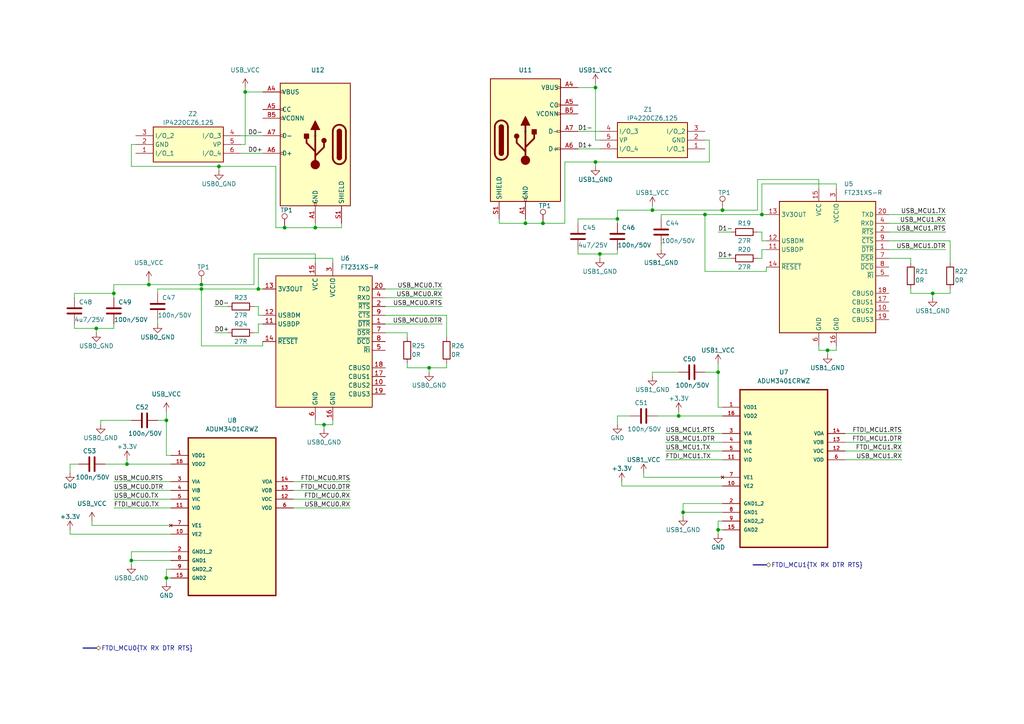
<source format=kicad_sch>
(kicad_sch (version 20230121) (generator eeschema)
  (paper "A4")
  (title_block (title "USB interface") (date "2023-12-29") (rev "V1.0") (company "Valais Wallis Racing Team") (comment 1 "Bétrisey Mattia"))
  (lib_symbols
    (symbol "ADUM3401CRWZ:ADUM3401CRWZ" (pin_names (offset 1.016))
      (property "Reference" "U" (at -4.7299 22.6067 0))
      (property "Value" "ADUM3401CRWZ" (at -6.0296 -28.5708 0))
      (symbol "ADUM3401CRWZ_0_0"
        (rectangle (start -12.7 -25.4) (end 12.7 20.32) (stroke (width 0.4064)) (fill (type background)))
        (pin power_in line (at -17.78 15.24 0) (length 5.08) (name "VDD1") (number "1"))
        (pin output line (at -17.78 -7.62 0) (length 5.08) (name "VE2") (number "10"))
        (pin output line (at -17.78 0 0) (length 5.08) (name "VID") (number "11"))
        (pin output line (at 17.78 2.54 180) (length 5.08) (name "VOC") (number "12"))
        (pin output line (at 17.78 5.08 180) (length 5.08) (name "VOB") (number "13"))
        (pin output line (at 17.78 7.62 180) (length 5.08) (name "VOA") (number "14"))
        (pin passive line (at -17.78 -20.32 0) (length 5.08) (name "GND2") (number "15"))
        (pin power_in line (at -17.78 12.7 0) (length 5.08) (name "VDD2") (number "16"))
        (pin passive line (at -17.78 -12.7 0) (length 5.08) (name "GND1_2") (number "2"))
        (pin input line (at -17.78 7.62 0) (length 5.08) (name "VIA") (number "3"))
        (pin input line (at -17.78 5.08 0) (length 5.08) (name "VIB") (number "4"))
        (pin input line (at -17.78 2.54 0) (length 5.08) (name "VIC") (number "5"))
        (pin input line (at 17.78 0 180) (length 5.08) (name "VOD") (number "6"))
        (pin no_connect line (at -17.78 -5.08 0) (length 5.08) (name "VE1") (number "7"))
        (pin passive line (at -17.78 -15.24 0) (length 5.08) (name "GND1") (number "8"))
        (pin passive line (at -17.78 -17.78 0) (length 5.08) (name "GND2_2") (number "9"))
      )
    )
    (symbol "Connector:TestPoint" (pin_numbers hide) (pin_names (offset 0.762) hide)
      (property "Reference" "TP" (at 0 6.858 0))
      (property "Value" "TestPoint" (at 0 5.08 0))
      (symbol "TestPoint_0_1"
        (circle (center 0 3.302) (radius 0.762))
      )
      (symbol "TestPoint_1_1"
        (pin passive line (at 0 0 90) (length 2.54) (name "1") (number "1"))
      )
    )
    (symbol "Device:C" (pin_numbers hide) (pin_names (offset 0.254))
      (property "Reference" "C" (at 0.635 2.54 0))
      (property "Value" "C" (at 0.635 -2.54 0))
      (symbol "C_0_1"
        (polyline (pts (xy -2.032 -0.762) (xy 2.032 -0.762)) (stroke (width 0.508)))
        (polyline (pts (xy -2.032 0.762) (xy 2.032 0.762)) (stroke (width 0.508)))
      )
      (symbol "C_1_1"
        (pin passive line (at 0 3.81 270) (length 2.794) (name "~") (number "1"))
        (pin passive line (at 0 -3.81 90) (length 2.794) (name "~") (number "2"))
      )
    )
    (symbol "Device:R" (pin_numbers hide) (pin_names (offset 0))
      (property "Reference" "R" (at 2.032 0 90))
      (property "Value" "R" (at 0 0 90))
      (symbol "R_0_1"
        (rectangle (start -1.016 -2.54) (end 1.016 2.54) (stroke (width 0.254)))
      )
      (symbol "R_1_1"
        (pin passive line (at 0 3.81 270) (length 1.27) (name "~") (number "1"))
        (pin passive line (at 0 -3.81 90) (length 1.27) (name "~") (number "2"))
      )
    )
    (symbol "FS_Connector:USB_C_BMS"
      (property "Reference" "U" (at -11.43 17.78 0))
      (symbol "USB_C_BMS_0_0"
        (rectangle (start -0.254 -20.32) (end 0.254 -19.304))
        (rectangle (start 10.16 -4.826) (end 9.144 -5.334))
        (rectangle (start 10.16 0.254) (end 9.144 -0.254))
        (rectangle (start 10.16 5.334) (end 9.144 4.826))
        (rectangle (start 10.16 7.874) (end 9.144 7.366))
        (rectangle (start 10.16 12.954) (end 9.144 12.446))
      )
      (symbol "USB_C_BMS_0_1"
        (arc (start -8.89 -6.35) (mid -6.985 -8.2467) (end -5.08 -6.35) (stroke (width 0.508)))
        (arc (start -7.62 -6.35) (mid -6.985 -6.9823) (end -6.35 -6.35) (stroke (width 0.254)))
        (arc (start -7.62 -6.35) (mid -6.985 -6.9823) (end -6.35 -6.35) (stroke (width 0.254)) (fill (type outline)))
        (rectangle (start -7.62 -6.35) (end -6.35 1.27) (stroke (width 0.254)) (fill (type outline)))
        (arc (start -6.35 1.27) (mid -6.985 1.9023) (end -7.62 1.27) (stroke (width 0.254)))
        (arc (start -6.35 1.27) (mid -6.985 1.9023) (end -7.62 1.27) (stroke (width 0.254)) (fill (type outline)))
        (arc (start -5.08 1.27) (mid -6.985 3.1667) (end -8.89 1.27) (stroke (width 0.508)))
        (circle (center -2.54 -1.397) (radius 0.635) (stroke (width 0.254)) (fill (type outline)))
        (circle (center 0 -8.382) (radius 1.27) (fill (type outline)))
        (polyline (pts (xy -8.89 -6.35) (xy -8.89 1.27)) (stroke (width 0.508)))
        (polyline (pts (xy -5.08 1.27) (xy -5.08 -6.35)) (stroke (width 0.508)))
        (polyline (pts (xy 0 -8.382) (xy 0 1.778)) (stroke (width 0.508)))
        (polyline (pts (xy 0 -5.842) (xy -2.54 -3.302) (xy -2.54 -2.032)) (stroke (width 0.508)))
        (polyline (pts (xy 0 -4.572) (xy 2.54 -2.032) (xy 2.54 -0.762)) (stroke (width 0.508)))
        (polyline (pts (xy -1.27 1.778) (xy 0 4.318) (xy 1.27 1.778) (xy -1.27 1.778)) (stroke (width 0.254)) (fill (type outline)))
        (rectangle (start 1.905 -0.762) (end 3.175 0.508) (stroke (width 0.254)) (fill (type outline)))
      )
      (symbol "USB_C_BMS_1_1"
        (rectangle (start -10.16 15.24) (end 10.16 -20.32) (stroke (width 0.254)) (fill (type background)))
        (pin passive line (at 0 -25.4 90) (length 5.08) (name "GND") (number "A1"))
        (pin passive line (at 0 -25.4 90) (length 5.08) hide (name "GND") (number "A12"))
        (pin passive line (at 15.24 12.7 180) (length 5.08) (name "VBUS") (number "A4"))
        (pin bidirectional line (at 15.24 7.62 180) (length 5.08) (name "CC") (number "A5"))
        (pin bidirectional line (at 15.24 -5.08 180) (length 5.08) (name "D+") (number "A6"))
        (pin bidirectional line (at 15.24 0 180) (length 5.08) (name "D-") (number "A7"))
        (pin passive line (at 15.24 12.7 180) (length 5.08) hide (name "VBUS") (number "A9"))
        (pin passive line (at 0 -25.4 90) (length 5.08) hide (name "GND") (number "B1"))
        (pin passive line (at 0 -25.4 90) (length 5.08) hide (name "GND") (number "B12"))
        (pin passive line (at 15.24 12.7 180) (length 5.08) hide (name "VBUS") (number "B4"))
        (pin bidirectional line (at 15.24 5.08 180) (length 5.08) (name "VCONN") (number "B5"))
        (pin bidirectional line (at 15.24 -5.08 180) (length 5.08) hide (name "D+") (number "B6"))
        (pin bidirectional line (at 15.24 0 180) (length 5.08) hide (name "D-") (number "B7"))
        (pin passive line (at 15.24 12.7 180) (length 5.08) hide (name "VBUS") (number "B9"))
        (pin passive line (at -7.62 -25.4 90) (length 5.08) (name "SHIELD") (number "S1"))
      )
    )
    (symbol "IP4220CZ6_125:IP4220CZ6,125"
      (property "Reference" "Z" (at 26.67 7.62 0))
      (property "Value" "IP4220CZ6,125" (at 26.67 5.08 0))
      (symbol "IP4220CZ6,125_1_1"
        (rectangle (start 5.08 2.54) (end 25.4 -7.62) (stroke (width 0.254)) (fill (type background)))
        (pin passive line (at 0 0 0) (length 5.08) (name "I/O_1") (number "1"))
        (pin passive line (at 0 -2.54 0) (length 5.08) (name "GND") (number "2"))
        (pin passive line (at 0 -5.08 0) (length 5.08) (name "I/O_2") (number "3"))
        (pin passive line (at 30.48 -5.08 180) (length 5.08) (name "I/O_3") (number "4"))
        (pin passive line (at 30.48 -2.54 180) (length 5.08) (name "VP") (number "5"))
        (pin passive line (at 30.48 0 180) (length 5.08) (name "I/O_4") (number "6"))
      )
    )
    (symbol "Interface_USB:FT231XS"
      (property "Reference" "U" (at -13.97 20.32 0))
      (property "Value" "FT231XS" (at 7.62 20.32 0))
      (symbol "FT231XS_0_1"
        (rectangle (start -13.97 19.05) (end 13.97 -19.05) (stroke (width 0.254)) (fill (type background)))
      )
      (symbol "FT231XS_1_1"
        (pin output line (at 17.78 5.08 180) (length 3.81) (name "~{DTR}") (number "1"))
        (pin bidirectional line (at 17.78 -12.7 180) (length 3.81) (name "CBUS2") (number "10"))
        (pin bidirectional line (at -17.78 5.08 0) (length 3.81) (name "USBDP") (number "11"))
        (pin bidirectional line (at -17.78 7.62 0) (length 3.81) (name "USBDM") (number "12"))
        (pin power_out line (at -17.78 15.24 0) (length 3.81) (name "3V3OUT") (number "13"))
        (pin input line (at -17.78 0 0) (length 3.81) (name "~{RESET}") (number "14"))
        (pin power_in line (at -2.54 22.86 270) (length 3.81) (name "VCC") (number "15"))
        (pin power_in line (at 2.54 -22.86 90) (length 3.81) (name "GND") (number "16"))
        (pin bidirectional line (at 17.78 -10.16 180) (length 3.81) (name "CBUS1") (number "17"))
        (pin bidirectional line (at 17.78 -7.62 180) (length 3.81) (name "CBUS0") (number "18"))
        (pin bidirectional line (at 17.78 -15.24 180) (length 3.81) (name "CBUS3") (number "19"))
        (pin output line (at 17.78 10.16 180) (length 3.81) (name "~{RTS}") (number "2"))
        (pin output line (at 17.78 15.24 180) (length 3.81) (name "TXD") (number "20"))
        (pin power_in line (at 2.54 22.86 270) (length 3.81) (name "VCCIO") (number "3"))
        (pin input line (at 17.78 12.7 180) (length 3.81) (name "RXD") (number "4"))
        (pin input line (at 17.78 -2.54 180) (length 3.81) (name "~{RI}") (number "5"))
        (pin power_in line (at -2.54 -22.86 90) (length 3.81) (name "GND") (number "6"))
        (pin input line (at 17.78 2.54 180) (length 3.81) (name "~{DSR}") (number "7"))
        (pin input line (at 17.78 0 180) (length 3.81) (name "~{DCD}") (number "8"))
        (pin input line (at 17.78 7.62 180) (length 3.81) (name "~{CTS}") (number "9"))
      )
    )
    (symbol "USB0_GND_1" (power) (in_bom no) (on_board no)
      (property "Value" "USB0_GND_1" (at 0 -4.064 0))
      (symbol "USB0_GND_1_0_1"
        (polyline (pts (xy 0 0) (xy 0 -1.27) (xy 1.27 -1.27) (xy 0 -2.54) (xy -1.27 -1.27) (xy 0 -1.27)))
      )
      (symbol "USB0_GND_1_1_1"
        (pin power_in line (at 0 0 270) (length 0) hide (name "USB0_GND") (number "1"))
      )
    )
    (symbol "USB1_GND_1" (power) (in_bom no) (on_board no)
      (property "Value" "USB1_GND_1" (at 0 -4.064 0))
      (symbol "USB1_GND_1_0_1"
        (polyline (pts (xy 0 0) (xy 0 -1.27) (xy 1.27 -1.27) (xy 0 -2.54) (xy -1.27 -1.27) (xy 0 -1.27)))
      )
      (symbol "USB1_GND_1_1_1"
        (pin power_in line (at 0 0 270) (length 0) hide (name "USB1_GND") (number "1"))
      )
    )
    (symbol "USB1_VCC_1" (power) (in_bom no) (on_board no)
      (property "Value" "USB1_VCC_1" (at 0 3.556 0))
      (symbol "USB1_VCC_1_0_1"
        (polyline (pts (xy -0.762 1.27) (xy 0 2.54)))
        (polyline (pts (xy 0 0) (xy 0 2.54)))
        (polyline (pts (xy 0 2.54) (xy 0.762 1.27)))
      )
      (symbol "USB1_VCC_1_1_1"
        (pin power_in line (at 0 0 90) (length 0) hide (name "USB1_VCC") (number "1"))
      )
    )
    (symbol "bmsPower_Symbols:+3V3_0" (power) (in_bom no) (on_board no)
      (property "Value" "+3V3_0" (at 0 3.302 0))
      (symbol "+3V3_0_0_1"
        (polyline (pts (xy -0.762 1.27) (xy 0 2.54)))
        (polyline (pts (xy 0 0) (xy 0 2.54)))
        (polyline (pts (xy 0 2.54) (xy 0.762 1.27)))
      )
      (symbol "+3V3_0_1_1"
        (pin power_in line (at 0 0 90) (length 0) hide (name "+3.3V") (number "1"))
      )
    )
    (symbol "bmsPower_Symbols:GND_0" (power) (in_bom no) (on_board no)
      (property "Value" "GND_0" (at 0 -4.064 0))
      (symbol "GND_0_0_1"
        (polyline (pts (xy 0 0) (xy 0 -1.27) (xy 1.27 -1.27) (xy 0 -2.54) (xy -1.27 -1.27) (xy 0 -1.27)))
      )
      (symbol "GND_0_1_1"
        (pin power_in line (at 0 0 270) (length 0) hide (name "GND") (number "1"))
      )
    )
    (symbol "bmsPower_Symbols:USB0_VCC" (power) (in_bom no) (on_board no)
      (property "Value" "USB0_VCC" (at 0 3.556 0))
      (symbol "USB0_VCC_0_1"
        (polyline (pts (xy -0.762 1.27) (xy 0 2.54)))
        (polyline (pts (xy 0 0) (xy 0 2.54)))
        (polyline (pts (xy 0 2.54) (xy 0.762 1.27)))
      )
      (symbol "USB0_VCC_1_1"
        (pin power_in line (at 0 0 90) (length 0) hide (name "USB_VCC") (number "1"))
      )
    )
  )
  (junction (at 208.28 107.95))
  (junction (at 93.98 123.19))
  (junction (at 71.12 26.67))
  (junction (at 58.42 83.82))
  (junction (at 157.48 64.77))
  (junction (at 196.85 120.65))
  (junction (at 152.4 64.77))
  (junction (at 63.5 48.26))
  (junction (at 172.72 25.4))
  (junction (at 204.47 62.23))
  (junction (at 74.93 83.82))
  (junction (at 27.94 95.25))
  (junction (at 270.51 85.09))
  (junction (at 198.12 148.59))
  (junction (at 36.83 134.62))
  (junction (at 240.03 101.6))
  (junction (at 82.55 66.04))
  (junction (at 124.46 106.68))
  (junction (at 38.1 162.56))
  (junction (at 33.02 85.09))
  (junction (at 48.26 167.64))
  (junction (at 209.55 60.96))
  (junction (at 173.99 73.66))
  (junction (at 58.42 82.55))
  (junction (at 48.26 121.92))
  (junction (at 189.23 60.96))
  (junction (at 172.72 46.99))
  (junction (at 208.28 153.67))
  (junction (at 91.44 66.04))
  (junction (at 179.07 63.5))
  (junction (at 220.98 62.23))
  (junction (at 43.18 82.55))
  (wire (pts (xy 242.57 100.33) (xy 242.57 101.6)))
  (wire (pts (xy 48.26 165.1) (xy 49.53 165.1)))
  (wire (pts (xy 85.09 144.78) (xy 101.6 144.78)))
  (wire (pts (xy 48.26 121.92) (xy 48.26 132.08)))
  (wire (pts (xy 245.11 125.73) (xy 261.62 125.73)))
  (wire (pts (xy 124.46 106.68) (xy 124.46 107.95)))
  (wire (pts (xy 179.07 63.5) (xy 179.07 64.77)))
  (wire (pts (xy 48.26 119.38) (xy 48.26 121.92)))
  (wire (pts (xy 193.04 125.73) (xy 209.55 125.73)))
  (wire (pts (xy 264.16 83.82) (xy 264.16 85.09)))
  (wire (pts (xy 173.99 73.66) (xy 179.07 73.66)))
  (wire (pts (xy 93.98 123.19) (xy 93.98 124.46)))
  (wire (pts (xy 179.07 120.65) (xy 182.88 120.65)))
  (wire (pts (xy 240.03 101.6) (xy 242.57 101.6)))
  (wire (pts (xy 21.59 85.09) (xy 21.59 86.36)))
  (wire (pts (xy 204.47 107.95) (xy 208.28 107.95)))
  (wire (pts (xy 80.01 48.26) (xy 80.01 66.04)))
  (wire (pts (xy 257.81 72.39) (xy 274.32 72.39)))
  (wire (pts (xy 74.93 83.82) (xy 76.2 83.82)))
  (wire (pts (xy 99.06 64.77) (xy 99.06 66.04)))
  (wire (pts (xy 48.26 132.08) (xy 49.53 132.08)))
  (wire (pts (xy 33.02 82.55) (xy 33.02 85.09)))
  (wire (pts (xy 264.16 85.09) (xy 270.51 85.09)))
  (wire (pts (xy 219.71 52.07) (xy 237.49 52.07)))
  (wire (pts (xy 240.03 101.6) (xy 240.03 102.87)))
  (wire (pts (xy 257.81 74.93) (xy 264.16 74.93)))
  (wire (pts (xy 80.01 66.04) (xy 82.55 66.04)))
  (wire (pts (xy 196.85 119.38) (xy 196.85 120.65)))
  (wire (pts (xy 198.12 148.59) (xy 198.12 149.86)))
  (wire (pts (xy 26.67 152.4) (xy 49.53 152.4)))
  (wire (pts (xy 129.54 105.41) (xy 129.54 106.68)))
  (wire (pts (xy 191.77 62.23) (xy 191.77 63.5)))
  (wire (pts (xy 257.81 64.77) (xy 274.32 64.77)))
  (wire (pts (xy 208.28 151.13) (xy 209.55 151.13)))
  (wire (pts (xy 220.98 62.23) (xy 222.25 62.23)))
  (wire (pts (xy 43.18 82.55) (xy 58.42 82.55)))
  (wire (pts (xy 26.67 151.13) (xy 26.67 152.4)))
  (wire (pts (xy 29.21 121.92) (xy 38.1 121.92)))
  (wire (pts (xy 180.34 139.7) (xy 180.34 140.97)))
  (wire (pts (xy 196.85 120.65) (xy 209.55 120.65)))
  (wire (pts (xy 38.1 160.02) (xy 38.1 162.56)))
  (wire (pts (xy 179.07 72.39) (xy 179.07 73.66)))
  (wire (pts (xy 48.26 167.64) (xy 48.26 168.91)))
  (wire (pts (xy 264.16 74.93) (xy 264.16 76.2)))
  (wire (pts (xy 39.37 41.91) (xy 38.1 41.91)))
  (wire (pts (xy 220.98 72.39) (xy 220.98 74.93)))
  (wire (pts (xy 167.64 73.66) (xy 173.99 73.66)))
  (wire (pts (xy 208.28 67.31) (xy 212.09 67.31)))
  (wire (pts (xy 74.93 88.9) (xy 74.93 91.44)))
  (wire (pts (xy 237.49 101.6) (xy 240.03 101.6)))
  (wire (pts (xy 62.23 88.9) (xy 66.04 88.9)))
  (wire (pts (xy 198.12 148.59) (xy 209.55 148.59)))
  (wire (pts (xy 189.23 107.95) (xy 196.85 107.95)))
  (wire (pts (xy 45.72 121.92) (xy 48.26 121.92)))
  (wire (pts (xy 219.71 67.31) (xy 220.98 67.31)))
  (wire (pts (xy 91.44 121.92) (xy 91.44 123.19)))
  (wire (pts (xy 33.02 93.98) (xy 33.02 95.25)))
  (wire (pts (xy 245.11 130.81) (xy 261.62 130.81)))
  (wire (pts (xy 220.98 53.34) (xy 220.98 62.23)))
  (wire (pts (xy 172.72 40.64) (xy 173.99 40.64)))
  (wire (pts (xy 91.44 123.19) (xy 93.98 123.19)))
  (wire (pts (xy 118.11 106.68) (xy 124.46 106.68)))
  (wire (pts (xy 198.12 146.05) (xy 198.12 148.59)))
  (wire (pts (xy 179.07 120.65) (xy 179.07 123.19)))
  (wire (pts (xy 45.72 93.98) (xy 45.72 92.71)))
  (wire (pts (xy 36.83 133.35) (xy 36.83 134.62)))
  (wire (pts (xy 124.46 106.68) (xy 129.54 106.68)))
  (wire (pts (xy 189.23 59.69) (xy 189.23 60.96)))
  (wire (pts (xy 30.48 134.62) (xy 36.83 134.62)))
  (wire (pts (xy 49.53 147.32) (xy 33.02 147.32)))
  (wire (pts (xy 242.57 53.34) (xy 242.57 54.61)))
  (wire (pts (xy 208.28 74.93) (xy 212.09 74.93)))
  (wire (pts (xy 71.12 26.67) (xy 76.2 26.67)))
  (wire (pts (xy 20.32 153.67) (xy 20.32 154.94)))
  (wire (pts (xy 167.64 63.5) (xy 167.64 64.77)))
  (wire (pts (xy 208.28 118.11) (xy 209.55 118.11)))
  (wire (pts (xy 91.44 66.04) (xy 99.06 66.04)))
  (wire (pts (xy 270.51 85.09) (xy 270.51 86.36)))
  (wire (pts (xy 172.72 25.4) (xy 172.72 40.64)))
  (wire (pts (xy 58.42 82.55) (xy 73.66 82.55)))
  (wire (pts (xy 209.55 60.96) (xy 219.71 60.96)))
  (wire (pts (xy 208.28 153.67) (xy 208.28 154.94)))
  (wire (pts (xy 167.64 63.5) (xy 179.07 63.5)))
  (wire (pts (xy 101.6 147.32) (xy 85.09 147.32)))
  (wire (pts (xy 63.5 49.53) (xy 63.5 48.26)))
  (wire (pts (xy 93.98 123.19) (xy 96.52 123.19)))
  (wire (pts (xy 167.64 72.39) (xy 167.64 73.66)))
  (wire (pts (xy 38.1 162.56) (xy 49.53 162.56)))
  (wire (pts (xy 180.34 140.97) (xy 209.55 140.97)))
  (wire (pts (xy 257.81 67.31) (xy 274.32 67.31)))
  (wire (pts (xy 21.59 95.25) (xy 27.94 95.25)))
  (wire (pts (xy 62.23 96.52) (xy 66.04 96.52)))
  (wire (pts (xy 76.2 99.06) (xy 76.2 100.33)))
  (wire (pts (xy 69.85 39.37) (xy 76.2 39.37)))
  (wire (pts (xy 111.76 91.44) (xy 129.54 91.44)))
  (wire (pts (xy 69.85 44.45) (xy 76.2 44.45)))
  (wire (pts (xy 167.64 43.18) (xy 173.99 43.18)))
  (wire (pts (xy 157.48 64.77) (xy 163.83 64.77)))
  (wire (pts (xy 111.76 96.52) (xy 118.11 96.52)))
  (wire (pts (xy 29.21 121.92) (xy 29.21 123.19)))
  (wire (pts (xy 45.72 83.82) (xy 45.72 85.09)))
  (wire (pts (xy 193.04 130.81) (xy 209.55 130.81)))
  (wire (pts (xy 33.02 82.55) (xy 43.18 82.55)))
  (wire (pts (xy 74.93 93.98) (xy 76.2 93.98)))
  (wire (pts (xy 82.55 66.04) (xy 91.44 66.04)))
  (wire (pts (xy 48.26 165.1) (xy 48.26 167.64)))
  (wire (pts (xy 257.81 62.23) (xy 274.32 62.23)))
  (bus (pts (xy 24.13 187.96) (xy 27.94 187.96)))
  (wire (pts (xy 237.49 52.07) (xy 237.49 54.61)))
  (wire (pts (xy 191.77 62.23) (xy 204.47 62.23)))
  (wire (pts (xy 220.98 72.39) (xy 222.25 72.39)))
  (wire (pts (xy 111.76 93.98) (xy 128.27 93.98)))
  (wire (pts (xy 38.1 162.56) (xy 38.1 163.83)))
  (wire (pts (xy 220.98 53.34) (xy 242.57 53.34)))
  (wire (pts (xy 208.28 153.67) (xy 209.55 153.67)))
  (wire (pts (xy 167.64 25.4) (xy 172.72 25.4)))
  (wire (pts (xy 71.12 25.4) (xy 71.12 26.67)))
  (wire (pts (xy 85.09 142.24) (xy 101.6 142.24)))
  (wire (pts (xy 73.66 88.9) (xy 74.93 88.9)))
  (wire (pts (xy 167.64 38.1) (xy 173.99 38.1)))
  (wire (pts (xy 179.07 60.96) (xy 179.07 63.5)))
  (wire (pts (xy 204.47 62.23) (xy 204.47 78.74)))
  (wire (pts (xy 33.02 142.24) (xy 49.53 142.24)))
  (wire (pts (xy 189.23 107.95) (xy 189.23 109.22)))
  (wire (pts (xy 172.72 46.99) (xy 172.72 48.26)))
  (wire (pts (xy 219.71 74.93) (xy 220.98 74.93)))
  (wire (pts (xy 91.44 66.04) (xy 91.44 64.77)))
  (wire (pts (xy 270.51 85.09) (xy 275.59 85.09)))
  (wire (pts (xy 71.12 41.91) (xy 69.85 41.91)))
  (wire (pts (xy 172.72 24.13) (xy 172.72 25.4)))
  (wire (pts (xy 186.69 137.16) (xy 186.69 138.43)))
  (wire (pts (xy 193.04 128.27) (xy 209.55 128.27)))
  (wire (pts (xy 219.71 52.07) (xy 219.71 60.96)))
  (wire (pts (xy 163.83 46.99) (xy 172.72 46.99)))
  (bus (pts (xy 218.44 163.83) (xy 222.25 163.83)))
  (wire (pts (xy 43.18 81.28) (xy 43.18 82.55)))
  (wire (pts (xy 27.94 95.25) (xy 33.02 95.25)))
  (wire (pts (xy 58.42 83.82) (xy 58.42 100.33)))
  (wire (pts (xy 71.12 26.67) (xy 71.12 41.91)))
  (wire (pts (xy 179.07 60.96) (xy 189.23 60.96)))
  (wire (pts (xy 48.26 167.64) (xy 49.53 167.64)))
  (wire (pts (xy 275.59 83.82) (xy 275.59 85.09)))
  (wire (pts (xy 38.1 160.02) (xy 49.53 160.02)))
  (wire (pts (xy 172.72 46.99) (xy 205.74 46.99)))
  (wire (pts (xy 186.69 138.43) (xy 209.55 138.43)))
  (wire (pts (xy 96.52 74.93) (xy 96.52 76.2)))
  (wire (pts (xy 205.74 40.64) (xy 205.74 46.99)))
  (wire (pts (xy 189.23 60.96) (xy 209.55 60.96)))
  (wire (pts (xy 38.1 41.91) (xy 38.1 48.26)))
  (wire (pts (xy 58.42 100.33) (xy 76.2 100.33)))
  (wire (pts (xy 208.28 105.41) (xy 208.28 107.95)))
  (wire (pts (xy 163.83 46.99) (xy 163.83 64.77)))
  (wire (pts (xy 222.25 77.47) (xy 222.25 78.74)))
  (wire (pts (xy 45.72 83.82) (xy 58.42 83.82)))
  (wire (pts (xy 204.47 40.64) (xy 205.74 40.64)))
  (wire (pts (xy 152.4 63.5) (xy 152.4 64.77)))
  (wire (pts (xy 245.11 128.27) (xy 261.62 128.27)))
  (wire (pts (xy 96.52 121.92) (xy 96.52 123.19)))
  (wire (pts (xy 36.83 134.62) (xy 49.53 134.62)))
  (wire (pts (xy 237.49 100.33) (xy 237.49 101.6)))
  (wire (pts (xy 275.59 69.85) (xy 275.59 76.2)))
  (wire (pts (xy 144.78 63.5) (xy 144.78 64.77)))
  (wire (pts (xy 220.98 69.85) (xy 222.25 69.85)))
  (wire (pts (xy 73.66 96.52) (xy 74.93 96.52)))
  (wire (pts (xy 27.94 95.25) (xy 27.94 96.52)))
  (wire (pts (xy 21.59 85.09) (xy 33.02 85.09)))
  (wire (pts (xy 33.02 144.78) (xy 49.53 144.78)))
  (wire (pts (xy 190.5 120.65) (xy 196.85 120.65)))
  (wire (pts (xy 245.11 133.35) (xy 261.62 133.35)))
  (wire (pts (xy 58.42 83.82) (xy 74.93 83.82)))
  (wire (pts (xy 193.04 133.35) (xy 209.55 133.35)))
  (wire (pts (xy 73.66 73.66) (xy 73.66 82.55)))
  (wire (pts (xy 220.98 67.31) (xy 220.98 69.85)))
  (wire (pts (xy 73.66 73.66) (xy 91.44 73.66)))
  (wire (pts (xy 144.78 64.77) (xy 152.4 64.77)))
  (wire (pts (xy 74.93 74.93) (xy 74.93 83.82)))
  (wire (pts (xy 20.32 134.62) (xy 22.86 134.62)))
  (wire (pts (xy 111.76 88.9) (xy 128.27 88.9)))
  (wire (pts (xy 204.47 62.23) (xy 220.98 62.23)))
  (wire (pts (xy 152.4 64.77) (xy 157.48 64.77)))
  (wire (pts (xy 208.28 107.95) (xy 208.28 118.11)))
  (wire (pts (xy 63.5 48.26) (xy 80.01 48.26)))
  (wire (pts (xy 33.02 85.09) (xy 33.02 86.36)))
  (wire (pts (xy 85.09 139.7) (xy 101.6 139.7)))
  (wire (pts (xy 198.12 146.05) (xy 209.55 146.05)))
  (wire (pts (xy 118.11 105.41) (xy 118.11 106.68)))
  (wire (pts (xy 74.93 74.93) (xy 96.52 74.93)))
  (wire (pts (xy 257.81 69.85) (xy 275.59 69.85)))
  (wire (pts (xy 173.99 73.66) (xy 173.99 74.93)))
  (wire (pts (xy 204.47 78.74) (xy 222.25 78.74)))
  (wire (pts (xy 118.11 96.52) (xy 118.11 97.79)))
  (wire (pts (xy 111.76 86.36) (xy 128.27 86.36)))
  (wire (pts (xy 74.93 91.44) (xy 76.2 91.44)))
  (wire (pts (xy 129.54 91.44) (xy 129.54 97.79)))
  (wire (pts (xy 33.02 139.7) (xy 49.53 139.7)))
  (wire (pts (xy 111.76 83.82) (xy 128.27 83.82)))
  (wire (pts (xy 91.44 73.66) (xy 91.44 76.2)))
  (wire (pts (xy 21.59 93.98) (xy 21.59 95.25)))
  (wire (pts (xy 20.32 134.62) (xy 20.32 137.16)))
  (wire (pts (xy 74.93 93.98) (xy 74.93 96.52)))
  (wire (pts (xy 20.32 154.94) (xy 49.53 154.94)))
  (wire (pts (xy 63.5 48.26) (xy 38.1 48.26)))
  (wire (pts (xy 191.77 72.39) (xy 191.77 71.12)))
  (wire (pts (xy 208.28 151.13) (xy 208.28 153.67)))
  (label "D0+" (at 76.2 44.45 180))
  (label "D1-" (at 167.64 38.1 0))
  (label "D1+" (at 167.64 43.18 0))
  (label "USB_MCU1.RX" (at 274.32 64.77 180))
  (label "USB_MCU0.RTS" (at 33.02 139.7 0))
  (label "FTDI_MCU0.TX" (at 33.02 147.32 0))
  (label "D0-" (at 62.23 88.9 0))
  (label "D0+" (at 62.23 96.52 0))
  (label "USB_MCU1.RTS" (at 193.04 125.73 0))
  (label "FTDI_MCU1.RX" (at 261.62 130.81 180))
  (label "USB_MCU0.DTR" (at 128.27 93.98 180))
  (label "D0-" (at 76.2 39.37 180))
  (label "USB_MCU1.DTR" (at 274.32 72.39 180))
  (label "USB_MCU0.DTR" (at 33.02 142.24 0))
  (label "USB_MCU0.TX" (at 128.27 83.82 180))
  (label "D1-" (at 208.28 67.31 0))
  (label "FTDI_MCU1.RTS" (at 261.62 125.73 180))
  (label "USB_MCU1.TX" (at 274.32 62.23 180))
  (label "USB_MCU1.RX" (at 261.62 133.35 180))
  (label "FTDI_MCU0.RX" (at 101.6 144.78 180))
  (label "FTDI_MCU1.TX" (at 193.04 133.35 0))
  (label "FTDI_MCU1.DTR" (at 261.62 128.27 180))
  (label "USB_MCU0.RX" (at 101.6 147.32 180))
  (label "USB_MCU0.TX" (at 33.02 144.78 0))
  (label "USB_MCU0.RTS" (at 128.27 88.9 180))
  (label "USB_MCU1.TX" (at 193.04 130.81 0))
  (label "FTDI_MCU0.RTS" (at 101.6 139.7 180))
  (label "USB_MCU1.DTR" (at 193.04 128.27 0))
  (label "USB_MCU0.RX" (at 128.27 86.36 180))
  (label "USB_MCU1.RTS" (at 274.32 67.31 180))
  (label "FTDI_MCU0.DTR" (at 101.6 142.24 180))
  (label "D1+" (at 208.28 74.93 0))
  (hierarchical_label "FTDI_MCU1{TX RX DTR RTS}" (shape bidirectional) (at 222.25 163.83 0))
  (hierarchical_label "FTDI_MCU0{TX RX DTR RTS}" (shape bidirectional) (at 27.94 187.96 0))
  (symbol (lib_id "Device:R") (at 264.16 80.01 0) (unit 1)
    (property "Reference" "R21" (at 265.43 78.74 0) (effects (justify left)))
    (property "Value" "0R" (at 265.43 81.28 0) (effects (justify left)))
    (property "Footprint" "Resistor_SMD:R_0603_1608Metric" (effects hide))
  )
  (symbol (lib_name "USB1_GND_1") (lib_id "bmsPower_Symbols:USB1_GND") (at 198.12 149.86 0) (unit 1) (in_bom no) (on_board no)
    (property "Reference" "#PWR072" (effects hide))
    (property "Value" "USB1_GND" (at 198.12 153.67 0))
  )
  (symbol (lib_name "USB0_GND_1") (lib_id "bmsPower_Symbols:USB0_GND") (at 93.98 124.46 0) (mirror y) (unit 1) (in_bom no) (on_board no)
    (property "Reference" "#PWR067" (effects hide))
    (property "Value" "USB0_GND" (at 93.98 128.27 0))
  )
  (symbol (lib_id "bmsPower_Symbols:GND_0") (at 208.28 154.94 0) (unit 1) (in_bom no) (on_board no)
    (property "Reference" "#PWR075" (effects hide))
    (property "Value" "GND_0" (at 208.28 158.75 0))
  )
  (symbol (lib_id "FS_Connector:USB_C_BMS") (at 152.4 38.1 0) (unit 1)
    (property "Reference" "U11" (at 152.4 20.32 0))
    (property "Value" "~" (at 152.4 38.1 0))
    (property "Footprint" "FS_Connector:molex 2193200001" (effects hide))
  )
  (symbol (lib_id "bmsPower_Symbols:GND_0") (at 48.26 168.91 0) (unit 1) (in_bom no) (on_board no)
    (property "Reference" "#PWR077" (effects hide))
    (property "Value" "GND_0" (at 48.26 172.72 0))
  )
  (symbol (lib_id "Device:C") (at 21.59 90.17 0) (unit 1)
    (property "Reference" "C48" (at 22.86 87.63 0) (effects (justify left)))
    (property "Value" "4u7/25V" (at 21.59 92.71 0) (effects (justify left)))
    (property "Footprint" "Capacitor_SMD:C_0603_1608Metric" (effects hide))
  )
  (symbol (lib_name "USB0_GND_1") (lib_id "bmsPower_Symbols:USB0_GND") (at 29.21 123.19 0) (mirror y) (unit 1) (in_bom no) (on_board no)
    (property "Reference" "#PWR065" (effects hide))
    (property "Value" "USB0_GND" (at 29.21 127 0))
  )
  (symbol (lib_name "USB0_GND_1") (lib_id "bmsPower_Symbols:USB0_GND") (at 124.46 107.95 0) (mirror y) (unit 1) (in_bom no) (on_board no)
    (property "Reference" "#PWR061" (effects hide))
    (property "Value" "USB0_GND" (at 124.46 111.76 0))
  )
  (symbol (lib_name "USB1_GND_1") (lib_id "bmsPower_Symbols:USB1_GND") (at 189.23 109.22 0) (unit 1) (in_bom no) (on_board no)
    (property "Reference" "#PWR062" (effects hide))
    (property "Value" "USB1_GND" (at 189.23 113.03 0))
  )
  (symbol (lib_id "Connector:TestPoint") (at 58.42 82.55 0) (unit 1)
    (property "Reference" "TP1" (at 57.15 77.47 0) (effects (justify left)))
    (property "Value" "TestPoint" (effects hide))
    (property "Footprint" "TestPoint:TestPoint_Keystone_5000-5004_Miniature" (effects hide))
    (instances (project "BMS-Master" (path "" (reference "TP1") (unit 1)) (path "" (reference "TP31") (unit 1)) (path "" (reference "TP5") (unit 1))))
  )
  (symbol (lib_id "FS_Connector:USB_C_BMS") (at 91.44 39.37 0) (mirror y) (unit 1)
    (property "Reference" "U12" (at 90.17 20.32 0) (effects (justify right)))
    (property "Value" "~" (at 91.44 39.37 0))
    (property "Footprint" "FS_Connector:molex 2193200001" (effects hide))
  )
  (symbol (lib_id "bmsPower_Symbols:+3V3_0") (at 36.83 133.35 0) (unit 1) (in_bom no) (on_board no)
    (property "Reference" "#PWR068" (effects hide))
    (property "Value" "+3V3_0" (at 36.83 129.54 0))
  )
  (symbol (lib_name "USB1_VCC_1") (lib_id "bmsPower_Symbols:USB1_VCC") (at 189.23 59.69 0) (unit 1) (in_bom no) (on_board no)
    (property "Reference" "#PWR052" (effects hide))
    (property "Value" "USB1_VCC" (at 189.23 55.88 0))
  )
  (symbol (lib_id "Device:R") (at 215.9 74.93 90) (unit 1)
    (property "Reference" "R20" (at 215.9 72.39 90))
    (property "Value" "27R" (at 215.9 77.47 90))
    (property "Footprint" "Resistor_SMD:R_0603_1608Metric" (effects hide))
  )
  (symbol (lib_id "Connector:TestPoint") (at 82.55 66.04 0) (unit 1)
    (property "Reference" "TP1" (at 81.28 60.96 0) (effects (justify left)))
    (property "Value" "TestPoint" (effects hide))
    (property "Footprint" "TestPoint:TestPoint_Keystone_5000-5004_Miniature" (effects hide))
    (instances (project "BMS-Master" (path "" (reference "TP1") (unit 1)) (path "" (reference "TP31") (unit 1)) (path "" (reference "TP4") (unit 1))))
  )
  (symbol (lib_name "USB1_GND_1") (lib_id "bmsPower_Symbols:USB1_GND") (at 191.77 72.39 0) (unit 1) (in_bom no) (on_board no)
    (property "Reference" "#PWR053" (effects hide))
    (property "Value" "USB1_GND" (at 191.77 76.2 0))
  )
  (symbol (lib_name "USB0_GND_1") (lib_id "bmsPower_Symbols:USB0_GND") (at 63.5 49.53 0) (mirror y) (unit 1) (in_bom no) (on_board no)
    (property "Reference" "#PWR051" (effects hide))
    (property "Value" "USB0_GND" (at 63.5 53.34 0))
  )
  (symbol (lib_id "bmsPower_Symbols:+3V3_0") (at 196.85 119.38 0) (unit 1) (in_bom no) (on_board no)
    (property "Reference" "#PWR064" (effects hide))
    (property "Value" "+3V3_0" (at 196.85 115.57 0))
  )
  (symbol (lib_name "USB1_GND_1") (lib_id "bmsPower_Symbols:USB1_GND") (at 173.99 74.93 0) (unit 1) (in_bom no) (on_board no)
    (property "Reference" "#PWR054" (effects hide))
    (property "Value" "USB1_GND" (at 173.99 78.74 0))
  )
  (symbol (lib_id "bmsPower_Symbols:+3V3_0") (at 20.32 153.67 0) (unit 1) (in_bom no) (on_board no)
    (property "Reference" "#PWR074" (effects hide))
    (property "Value" "+3V3_0" (at 20.32 149.86 0))
  )
  (symbol (lib_name "USB1_VCC_1") (lib_id "bmsPower_Symbols:USB1_VCC") (at 172.72 24.13 0) (unit 1) (in_bom no) (on_board no)
    (property "Reference" "#PWR048" (effects hide))
    (property "Value" "USB1_VCC" (at 172.72 20.32 0))
  )
  (symbol (lib_id "Connector:TestPoint") (at 157.48 64.77 0) (unit 1)
    (property "Reference" "TP1" (at 156.21 59.69 0) (effects (justify left)))
    (property "Value" "TestPoint" (effects hide))
    (property "Footprint" "TestPoint:TestPoint_Keystone_5000-5004_Miniature" (effects hide))
    (instances (project "BMS-Master" (path "" (reference "TP1") (unit 1)) (path "" (reference "TP31") (unit 1)) (path "" (reference "TP3") (unit 1))))
  )
  (symbol (lib_id "bmsPower_Symbols:USB0_VCC") (at 43.18 81.28 0) (unit 1) (in_bom no) (on_board no)
    (property "Reference" "#PWR055" (effects hide))
    (property "Value" "USB0_VCC" (at 43.18 76.2 0))
  )
  (symbol (lib_id "Device:R") (at 129.54 101.6 0) (unit 1)
    (property "Reference" "R26" (at 130.81 100.33 0) (effects (justify left)))
    (property "Value" "0R" (at 130.81 102.87 0) (effects (justify left)))
    (property "Footprint" "Resistor_SMD:R_0603_1608Metric" (effects hide))
  )
  (symbol (lib_id "Device:R") (at 275.59 80.01 0) (unit 1)
    (property "Reference" "R22" (at 276.86 78.74 0) (effects (justify left)))
    (property "Value" "0R" (at 276.86 81.28 0) (effects (justify left)))
    (property "Footprint" "Resistor_SMD:R_0603_1608Metric" (effects hide))
  )
  (symbol (lib_id "Device:C") (at 26.67 134.62 90) (unit 1)
    (property "Reference" "C53" (at 27.94 130.81 90) (effects (justify left)))
    (property "Value" "100n/50V" (at 31.75 138.43 90) (effects (justify left)))
    (property "Footprint" "Capacitor_SMD:C_0603_1608Metric" (effects hide))
  )
  (symbol (lib_id "ADUM3401CRWZ:ADUM3401CRWZ") (at 227.33 133.35 0) (unit 1)
    (property "Reference" "U7" (at 227.33 107.95 0))
    (property "Value" "ADUM3401CRWZ" (at 227.33 110.49 0))
    (property "Footprint" "ADUM3401CRWZ:SOIC127P1032X265-16N" (effects hide))
    (property "MF" "Analog Devices" (effects hide))
    (property "Description" "\nQuad-Channel, Digital Isolator, Enhanced System-Level ESD Reliability\n" (effects hide))
    (property "PACKAGE" "16-Lead SOIC_W" (effects hide))
    (property "MPN" "ADUM3401CRWZ" (effects hide))
    (property "Price" "None" (effects hide))
    (property "Package" "SOIC -16 Analog Devices" (effects hide))
    (property "OC_FARNELL" "1274129" (effects hide))
    (property "SnapEDA_Link" "https://www.snapeda.com/parts/ADUM3401CRWZ/Analog+Devices/view-part/?ref=snap" (effects hide))
    (property "MP" "ADUM3401CRWZ" (effects hide))
    (property "Purchase-URL" "https://www.snapeda.com/api/url_track_click_mouser/?unipart_id=1239276&manufacturer=Analog Devices&part_name=ADUM3401CRWZ&search_term=None" (effects hide))
    (property "SUPPLIER" "Analog Devices" (effects hide))
    (property "OC_NEWARK" "19M0771" (effects hide))
    (property "Availability" "In Stock" (effects hide))
    (property "Check_prices" "https://www.snapeda.com/parts/ADUM3401CRWZ/Analog+Devices/view-part/?ref=eda" (effects hide))
  )
  (symbol (lib_id "bmsPower_Symbols:USB0_VCC") (at 48.26 119.38 0) (unit 1) (in_bom no) (on_board no)
    (property "Reference" "#PWR063" (effects hide))
    (property "Value" "USB0_VCC" (at 48.26 114.3 0))
  )
  (symbol (lib_name "USB0_GND_1") (lib_id "bmsPower_Symbols:USB0_GND") (at 27.94 96.52 0) (mirror y) (unit 1) (in_bom no) (on_board no)
    (property "Reference" "#PWR058" (effects hide))
    (property "Value" "USB0_GND" (at 27.94 100.33 0))
  )
  (symbol (lib_name "USB0_GND_1") (lib_id "bmsPower_Symbols:USB0_GND") (at 38.1 163.83 0) (mirror y) (unit 1) (in_bom no) (on_board no)
    (property "Reference" "#PWR076" (effects hide))
    (property "Value" "USB0_GND" (at 38.1 167.64 0))
  )
  (symbol (lib_name "USB0_GND_1") (lib_id "bmsPower_Symbols:USB0_GND") (at 45.72 93.98 0) (mirror y) (unit 1) (in_bom no) (on_board no)
    (property "Reference" "#PWR057" (effects hide))
    (property "Value" "USB0_GND" (at 45.72 97.79 0))
  )
  (symbol (lib_name "USB1_VCC_1") (lib_id "bmsPower_Symbols:USB1_VCC") (at 208.28 105.41 0) (unit 1) (in_bom no) (on_board no)
    (property "Reference" "#PWR060" (effects hide))
    (property "Value" "USB1_VCC" (at 208.28 101.6 0))
  )
  (symbol (lib_id "Device:C") (at 186.69 120.65 90) (unit 1)
    (property "Reference" "C51" (at 187.96 116.84 90) (effects (justify left)))
    (property "Value" "100n/50V" (at 191.77 124.46 90) (effects (justify left)))
    (property "Footprint" "Capacitor_SMD:C_0603_1608Metric" (effects hide))
  )
  (symbol (lib_id "Connector:TestPoint") (at 209.55 60.96 0) (unit 1)
    (property "Reference" "TP1" (at 208.28 55.88 0) (effects (justify left)))
    (property "Value" "TestPoint" (effects hide))
    (property "Footprint" "TestPoint:TestPoint_Keystone_5000-5004_Miniature" (effects hide))
    (instances (project "BMS-Master" (path "" (reference "TP1") (unit 1)) (path "" (reference "TP31") (unit 1)) (path "" (reference "TP2") (unit 1))))
  )
  (symbol (lib_id "Device:C") (at 179.07 68.58 0) (unit 1)
    (property "Reference" "C46" (at 180.34 66.04 0) (effects (justify left)))
    (property "Value" "100n/50V" (at 179.07 71.12 0) (effects (justify left)))
    (property "Footprint" "Capacitor_SMD:C_0603_1608Metric" (effects hide))
  )
  (symbol (lib_id "bmsPower_Symbols:USB0_VCC") (at 71.12 25.4 0) (unit 1) (in_bom no) (on_board no)
    (property "Reference" "#PWR049" (effects hide))
    (property "Value" "USB0_VCC" (at 71.12 20.32 0))
  )
  (symbol (lib_id "Device:C") (at 41.91 121.92 90) (unit 1)
    (property "Reference" "C52" (at 43.18 118.11 90) (effects (justify left)))
    (property "Value" "100n/50V" (at 46.99 125.73 90) (effects (justify left)))
    (property "Footprint" "Capacitor_SMD:C_0603_1608Metric" (effects hide))
  )
  (symbol (lib_id "Interface_USB:FT231XS") (at 93.98 99.06 0) (unit 1)
    (property "Reference" "U6" (at 98.7141 74.93 0) (effects (justify left)))
    (property "Value" "FT231XS-R" (at 98.7141 77.47 0) (effects (justify left)))
    (property "Footprint" "Package_SO:SSOP-20_3.9x8.7mm_P0.635mm" (effects hide))
    (property "Datasheet" "https://www.ftdichip.com/Support/Documents/DataSheets/ICs/DS_FT231X.pdf" (effects hide))
  )
  (symbol (lib_name "USB1_GND_1") (lib_id "bmsPower_Symbols:USB1_GND") (at 270.51 86.36 0) (unit 1) (in_bom no) (on_board no)
    (property "Reference" "#PWR056" (effects hide))
    (property "Value" "USB1_GND" (at 270.51 90.17 0))
  )
  (symbol (lib_id "Device:R") (at 118.11 101.6 0) (unit 1)
    (property "Reference" "R25" (at 119.38 100.33 0) (effects (justify left)))
    (property "Value" "0R" (at 119.38 102.87 0) (effects (justify left)))
    (property "Footprint" "Resistor_SMD:R_0603_1608Metric" (effects hide))
  )
  (symbol (lib_id "Device:R") (at 69.85 96.52 90) (unit 1)
    (property "Reference" "R24" (at 69.85 93.98 90))
    (property "Value" "27R" (at 69.85 99.06 90))
    (property "Footprint" "Resistor_SMD:R_0603_1608Metric" (effects hide))
  )
  (symbol (lib_name "USB1_GND_1") (lib_id "bmsPower_Symbols:USB1_GND") (at 172.72 48.26 0) (unit 1) (in_bom no) (on_board no)
    (property "Reference" "#PWR050" (effects hide))
    (property "Value" "USB1_GND" (at 172.72 52.07 0))
  )
  (symbol (lib_id "Device:C") (at 45.72 88.9 0) (unit 1)
    (property "Reference" "C47" (at 46.99 86.36 0) (effects (justify left)))
    (property "Value" "100n/50V" (at 45.72 91.44 0) (effects (justify left)))
    (property "Footprint" "Capacitor_SMD:C_0603_1608Metric" (effects hide))
  )
  (symbol (lib_name "USB1_GND_1") (lib_id "bmsPower_Symbols:USB1_GND") (at 240.03 102.87 0) (unit 1) (in_bom no) (on_board no)
    (property "Reference" "#PWR059" (effects hide))
    (property "Value" "USB1_GND" (at 240.03 106.68 0))
  )
  (symbol (lib_id "Device:C") (at 167.64 68.58 0) (unit 1)
    (property "Reference" "C45" (at 168.91 66.04 0) (effects (justify left)))
    (property "Value" "4u7/25V" (at 167.64 71.12 0) (effects (justify left)))
    (property "Footprint" "Capacitor_SMD:C_0603_1608Metric" (effects hide))
  )
  (symbol (lib_id "Device:R") (at 69.85 88.9 90) (unit 1)
    (property "Reference" "R23" (at 69.85 86.36 90))
    (property "Value" "27R" (at 69.85 91.44 90))
    (property "Footprint" "Resistor_SMD:R_0603_1608Metric" (effects hide))
  )
  (symbol (lib_id "IP4220CZ6_125:IP4220CZ6,125") (at 39.37 44.45 0) (mirror x) (unit 1)
    (property "Reference" "Z2" (at 55.88 33.02 0))
    (property "Value" "IP4220CZ6,125" (at 54.61 35.56 0))
    (property "Footprint" "IP4220CZ6:SOT95P275X110-6N" (effects hide))
    (property "Datasheet" "https://assets.nexperia.com/documents/data-sheet/IP4220CZ6.pdf" (effects hide))
    (property "Height" "1.1" (effects hide))
    (property "Manufacturer_Name" "Nexperia" (effects hide))
    (property "Manufacturer_Part_Number" "IP4220CZ6,125" (effects hide))
    (property "Mouser Part Number" "771-IP4220CZ6-T/R" (effects hide))
    (property "Mouser Price/Stock" "https://www.mouser.co.uk/ProductDetail/Nexperia/IP4220CZ6125?qs=me8TqzrmIYWNWIOv4%2FpxMw%3D%3D" (effects hide))
    (property "Arrow Part Number" "IP4220CZ6,125" (effects hide))
    (property "Arrow Price/Stock" "https://www.arrow.com/en/products/ip4220cz6125/nexperia?region=nac" (effects hide))
  )
  (symbol (lib_id "Device:C") (at 191.77 67.31 0) (unit 1)
    (property "Reference" "C44" (at 193.04 64.77 0) (effects (justify left)))
    (property "Value" "100n/50V" (at 191.77 69.85 0) (effects (justify left)))
    (property "Footprint" "Capacitor_SMD:C_0603_1608Metric" (effects hide))
  )
  (symbol (lib_id "bmsPower_Symbols:USB0_VCC") (at 26.67 151.13 0) (unit 1) (in_bom no) (on_board no)
    (property "Reference" "#PWR073" (effects hide))
    (property "Value" "USB0_VCC" (at 26.67 146.05 0))
  )
  (symbol (lib_id "bmsPower_Symbols:+3V3_0") (at 180.34 139.7 0) (unit 1) (in_bom no) (on_board no)
    (property "Reference" "#PWR071" (effects hide))
    (property "Value" "+3V3_0" (at 180.34 135.89 0))
  )
  (symbol (lib_id "bmsPower_Symbols:GND_0") (at 20.32 137.16 0) (unit 1) (in_bom no) (on_board no)
    (property "Reference" "#PWR069" (effects hide))
    (property "Value" "GND_0" (at 20.32 140.97 0))
  )
  (symbol (lib_id "Device:R") (at 215.9 67.31 90) (unit 1)
    (property "Reference" "R19" (at 215.9 64.77 90))
    (property "Value" "27R" (at 215.9 69.85 90))
    (property "Footprint" "Resistor_SMD:R_0603_1608Metric" (effects hide))
  )
  (symbol (lib_id "ADUM3401CRWZ:ADUM3401CRWZ") (at 67.31 147.32 0) (unit 1)
    (property "Reference" "U8" (at 67.31 121.92 0))
    (property "Value" "ADUM3401CRWZ" (at 67.31 124.46 0))
    (property "Footprint" "ADUM3401CRWZ:SOIC127P1032X265-16N" (effects hide))
    (property "MF" "Analog Devices" (effects hide))
    (property "Description" "\nQuad-Channel, Digital Isolator, Enhanced System-Level ESD Reliability\n" (effects hide))
    (property "PACKAGE" "16-Lead SOIC_W" (effects hide))
    (property "MPN" "ADUM3401CRWZ" (effects hide))
    (property "Price" "None" (effects hide))
    (property "Package" "SOIC -16 Analog Devices" (effects hide))
    (property "OC_FARNELL" "1274129" (effects hide))
    (property "SnapEDA_Link" "https://www.snapeda.com/parts/ADUM3401CRWZ/Analog+Devices/view-part/?ref=snap" (effects hide))
    (property "MP" "ADUM3401CRWZ" (effects hide))
    (property "Purchase-URL" "https://www.snapeda.com/api/url_track_click_mouser/?unipart_id=1239276&manufacturer=Analog Devices&part_name=ADUM3401CRWZ&search_term=None" (effects hide))
    (property "SUPPLIER" "Analog Devices" (effects hide))
    (property "OC_NEWARK" "19M0771" (effects hide))
    (property "Availability" "In Stock" (effects hide))
    (property "Check_prices" "https://www.snapeda.com/parts/ADUM3401CRWZ/Analog+Devices/view-part/?ref=eda" (effects hide))
  )
  (symbol (lib_name "USB1_VCC_1") (lib_id "bmsPower_Symbols:USB1_VCC") (at 186.69 137.16 0) (unit 1) (in_bom no) (on_board no)
    (property "Reference" "#PWR070" (effects hide))
    (property "Value" "USB1_VCC" (at 186.69 133.35 0))
  )
  (symbol (lib_id "IP4220CZ6_125:IP4220CZ6,125") (at 204.47 43.18 180) (unit 1)
    (property "Reference" "Z1" (at 187.96 31.75 0))
    (property "Value" "IP4220CZ6,125" (at 189.23 34.29 0))
    (property "Footprint" "IP4220CZ6:SOT95P275X110-6N" (effects hide))
    (property "Datasheet" "https://assets.nexperia.com/documents/data-sheet/IP4220CZ6.pdf" (effects hide))
    (property "Height" "1.1" (effects hide))
    (property "Manufacturer_Name" "Nexperia" (effects hide))
    (property "Manufacturer_Part_Number" "IP4220CZ6,125" (effects hide))
    (property "Mouser Part Number" "771-IP4220CZ6-T/R" (effects hide))
    (property "Mouser Price/Stock" "https://www.mouser.co.uk/ProductDetail/Nexperia/IP4220CZ6125?qs=me8TqzrmIYWNWIOv4%2FpxMw%3D%3D" (effects hide))
    (property "Arrow Part Number" "IP4220CZ6,125" (effects hide))
    (property "Arrow Price/Stock" "https://www.arrow.com/en/products/ip4220cz6125/nexperia?region=nac" (effects hide))
  )
  (symbol (lib_id "Device:C") (at 200.66 107.95 90) (unit 1)
    (property "Reference" "C50" (at 201.93 104.14 90) (effects (justify left)))
    (property "Value" "100n/50V" (at 205.74 111.76 90) (effects (justify left)))
    (property "Footprint" "Capacitor_SMD:C_0603_1608Metric" (effects hide))
  )
  (symbol (lib_id "Interface_USB:FT231XS") (at 240.03 77.47 0) (unit 1)
    (property "Reference" "U5" (at 244.7641 53.34 0) (effects (justify left)))
    (property "Value" "FT231XS-R" (at 244.7641 55.88 0) (effects (justify left)))
    (property "Footprint" "Package_SO:SSOP-20_3.9x8.7mm_P0.635mm" (effects hide))
    (property "Datasheet" "https://www.ftdichip.com/Support/Documents/DataSheets/ICs/DS_FT231X.pdf" (effects hide))
  )
  (symbol (lib_id "bmsPower_Symbols:GND_0") (at 179.07 123.19 0) (unit 1) (in_bom no) (on_board no)
    (property "Reference" "#PWR066" (effects hide))
    (property "Value" "GND_0" (at 179.07 127 0))
  )
  (symbol (lib_id "Device:C") (at 33.02 90.17 0) (unit 1)
    (property "Reference" "C49" (at 34.29 87.63 0) (effects (justify left)))
    (property "Value" "100n/50V" (at 33.02 92.71 0) (effects (justify left)))
    (property "Footprint" "Capacitor_SMD:C_0603_1608Metric" (effects hide))
  )
)
</source>
